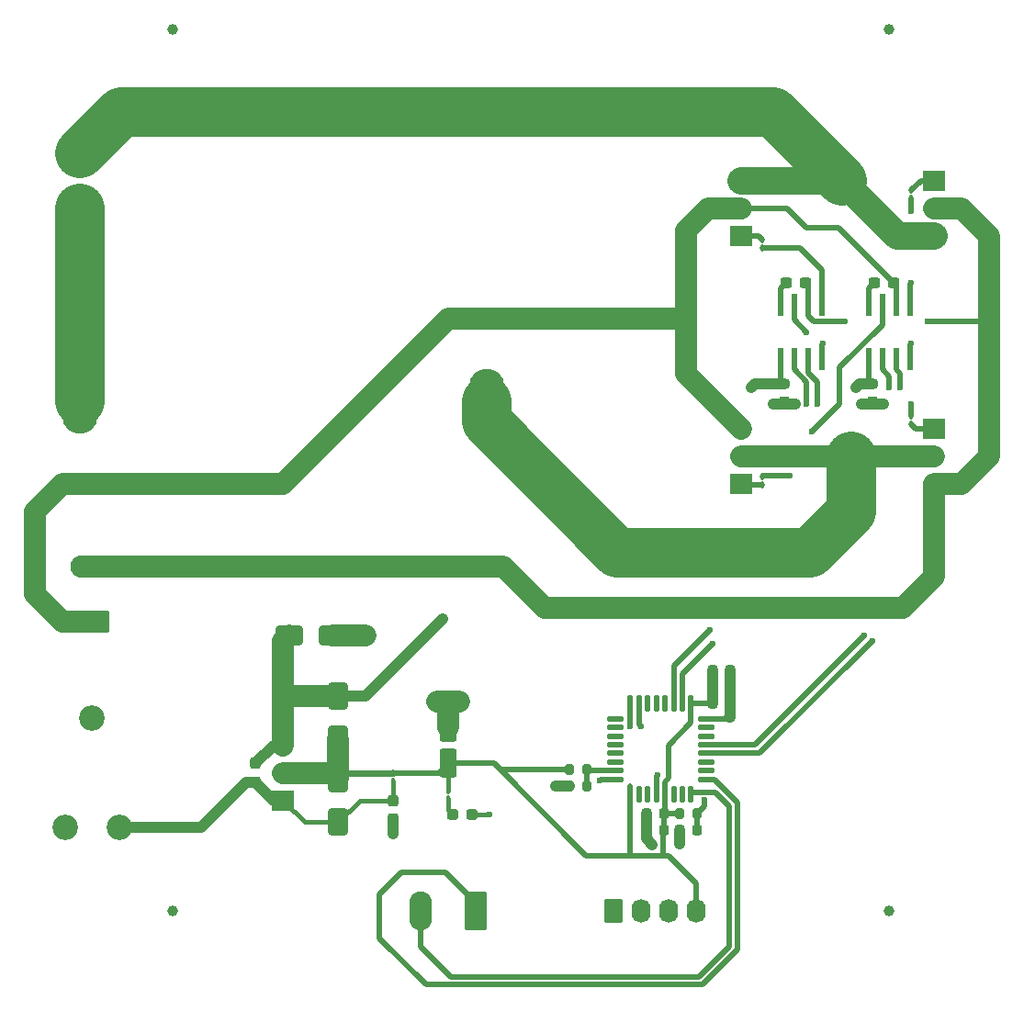
<source format=gbr>
%TF.GenerationSoftware,KiCad,Pcbnew,9.0.3*%
%TF.CreationDate,2025-10-28T10:39:51+01:00*%
%TF.ProjectId,DC_Motor,44435f4d-6f74-46f7-922e-6b696361645f,R.Casas*%
%TF.SameCoordinates,Original*%
%TF.FileFunction,Copper,L1,Top*%
%TF.FilePolarity,Positive*%
%FSLAX46Y46*%
G04 Gerber Fmt 4.6, Leading zero omitted, Abs format (unit mm)*
G04 Created by KiCad (PCBNEW 9.0.3) date 2025-10-28 10:39:51*
%MOMM*%
%LPD*%
G01*
G04 APERTURE LIST*
G04 Aperture macros list*
%AMRoundRect*
0 Rectangle with rounded corners*
0 $1 Rounding radius*
0 $2 $3 $4 $5 $6 $7 $8 $9 X,Y pos of 4 corners*
0 Add a 4 corners polygon primitive as box body*
4,1,4,$2,$3,$4,$5,$6,$7,$8,$9,$2,$3,0*
0 Add four circle primitives for the rounded corners*
1,1,$1+$1,$2,$3*
1,1,$1+$1,$4,$5*
1,1,$1+$1,$6,$7*
1,1,$1+$1,$8,$9*
0 Add four rect primitives between the rounded corners*
20,1,$1+$1,$2,$3,$4,$5,0*
20,1,$1+$1,$4,$5,$6,$7,0*
20,1,$1+$1,$6,$7,$8,$9,0*
20,1,$1+$1,$8,$9,$2,$3,0*%
G04 Aperture macros list end*
%TA.AperFunction,ComponentPad*%
%ADD10RoundRect,0.249999X1.550001X-0.790001X1.550001X0.790001X-1.550001X0.790001X-1.550001X-0.790001X0*%
%TD*%
%TA.AperFunction,ComponentPad*%
%ADD11O,3.600000X2.080000*%
%TD*%
%TA.AperFunction,SMDPad,CuDef*%
%ADD12RoundRect,0.225000X-0.250000X0.225000X-0.250000X-0.225000X0.250000X-0.225000X0.250000X0.225000X0*%
%TD*%
%TA.AperFunction,ComponentPad*%
%ADD13RoundRect,0.250000X-0.620000X-0.845000X0.620000X-0.845000X0.620000X0.845000X-0.620000X0.845000X0*%
%TD*%
%TA.AperFunction,ComponentPad*%
%ADD14O,1.740000X2.190000*%
%TD*%
%TA.AperFunction,SMDPad,CuDef*%
%ADD15RoundRect,0.100000X-0.100000X0.217500X-0.100000X-0.217500X0.100000X-0.217500X0.100000X0.217500X0*%
%TD*%
%TA.AperFunction,SMDPad,CuDef*%
%ADD16RoundRect,0.250000X-0.650000X1.000000X-0.650000X-1.000000X0.650000X-1.000000X0.650000X1.000000X0*%
%TD*%
%TA.AperFunction,SMDPad,CuDef*%
%ADD17RoundRect,0.225000X-0.225000X-0.250000X0.225000X-0.250000X0.225000X0.250000X-0.225000X0.250000X0*%
%TD*%
%TA.AperFunction,SMDPad,CuDef*%
%ADD18RoundRect,0.237500X0.287500X0.237500X-0.287500X0.237500X-0.287500X-0.237500X0.287500X-0.237500X0*%
%TD*%
%TA.AperFunction,SMDPad,CuDef*%
%ADD19RoundRect,0.125000X0.125000X-0.625000X0.125000X0.625000X-0.125000X0.625000X-0.125000X-0.625000X0*%
%TD*%
%TA.AperFunction,SMDPad,CuDef*%
%ADD20RoundRect,0.125000X0.625000X-0.125000X0.625000X0.125000X-0.625000X0.125000X-0.625000X-0.125000X0*%
%TD*%
%TA.AperFunction,ComponentPad*%
%ADD21R,2.000000X1.905000*%
%TD*%
%TA.AperFunction,ComponentPad*%
%ADD22O,2.000000X1.905000*%
%TD*%
%TA.AperFunction,ComponentPad*%
%ADD23O,3.250000X6.000000*%
%TD*%
%TA.AperFunction,SMDPad,CuDef*%
%ADD24RoundRect,0.225000X0.225000X0.250000X-0.225000X0.250000X-0.225000X-0.250000X0.225000X-0.250000X0*%
%TD*%
%TA.AperFunction,SMDPad,CuDef*%
%ADD25C,1.000000*%
%TD*%
%TA.AperFunction,SMDPad,CuDef*%
%ADD26RoundRect,0.237500X-0.237500X0.300000X-0.237500X-0.300000X0.237500X-0.300000X0.237500X0.300000X0*%
%TD*%
%TA.AperFunction,SMDPad,CuDef*%
%ADD27RoundRect,0.200000X-0.200000X-0.275000X0.200000X-0.275000X0.200000X0.275000X-0.200000X0.275000X0*%
%TD*%
%TA.AperFunction,SMDPad,CuDef*%
%ADD28RoundRect,0.250000X-1.000000X-0.650000X1.000000X-0.650000X1.000000X0.650000X-1.000000X0.650000X0*%
%TD*%
%TA.AperFunction,SMDPad,CuDef*%
%ADD29RoundRect,0.250000X0.550000X-1.075000X0.550000X1.075000X-0.550000X1.075000X-0.550000X-1.075000X0*%
%TD*%
%TA.AperFunction,SMDPad,CuDef*%
%ADD30RoundRect,0.237500X0.300000X0.237500X-0.300000X0.237500X-0.300000X-0.237500X0.300000X-0.237500X0*%
%TD*%
%TA.AperFunction,SMDPad,CuDef*%
%ADD31RoundRect,0.100000X0.100000X-0.217500X0.100000X0.217500X-0.100000X0.217500X-0.100000X-0.217500X0*%
%TD*%
%TA.AperFunction,SMDPad,CuDef*%
%ADD32RoundRect,0.200000X0.200000X0.275000X-0.200000X0.275000X-0.200000X-0.275000X0.200000X-0.275000X0*%
%TD*%
%TA.AperFunction,ComponentPad*%
%ADD33C,2.340000*%
%TD*%
%TA.AperFunction,SMDPad,CuDef*%
%ADD34RoundRect,0.071250X0.213750X-0.903750X0.213750X0.903750X-0.213750X0.903750X-0.213750X-0.903750X0*%
%TD*%
%TA.AperFunction,ComponentPad*%
%ADD35RoundRect,0.249999X0.790001X1.550001X-0.790001X1.550001X-0.790001X-1.550001X0.790001X-1.550001X0*%
%TD*%
%TA.AperFunction,ComponentPad*%
%ADD36O,2.080000X3.600000*%
%TD*%
%TA.AperFunction,ViaPad*%
%ADD37C,0.600000*%
%TD*%
%TA.AperFunction,ViaPad*%
%ADD38C,0.800000*%
%TD*%
%TA.AperFunction,Conductor*%
%ADD39C,1.000000*%
%TD*%
%TA.AperFunction,Conductor*%
%ADD40C,0.500000*%
%TD*%
%TA.AperFunction,Conductor*%
%ADD41C,4.572000*%
%TD*%
%TA.AperFunction,Conductor*%
%ADD42C,0.400000*%
%TD*%
%TA.AperFunction,Conductor*%
%ADD43C,2.000000*%
%TD*%
%TA.AperFunction,Conductor*%
%ADD44C,2.540000*%
%TD*%
%TA.AperFunction,Conductor*%
%ADD45C,0.600000*%
%TD*%
G04 APERTURE END LIST*
D10*
%TO.P,J101,1,Pin_1*%
%TO.N,L1*%
X90970000Y-96990000D03*
D11*
%TO.P,J101,2,Pin_2*%
%TO.N,L2*%
X90970000Y-91910000D03*
%TD*%
D12*
%TO.P,C113,1*%
%TO.N,+24V*%
X154978000Y-75133000D03*
%TO.P,C113,2*%
%TO.N,GNDREF*%
X154978000Y-76683000D03*
%TD*%
D13*
%TO.P,J102,1,Pin_1*%
%TO.N,GNDREF*%
X139230000Y-123660000D03*
D14*
%TO.P,J102,2,Pin_2*%
%TO.N,SYS_SWCLK*%
X141770000Y-123660000D03*
%TO.P,J102,3,Pin_3*%
%TO.N,SYS_SWDIO*%
X144310000Y-123660000D03*
%TO.P,J102,4,Pin_4*%
%TO.N,+3V3*%
X146850000Y-123660000D03*
%TD*%
D15*
%TO.P,R109,1*%
%TO.N,+3V3*%
X123990000Y-112572500D03*
%TO.P,R109,2*%
%TO.N,Net-(D104-A)*%
X123990000Y-113387500D03*
%TD*%
%TO.P,R104,1*%
%TO.N,+3V3*%
X118910000Y-110985000D03*
%TO.P,R104,2*%
%TO.N,Net-(D103-A)*%
X118910000Y-111800000D03*
%TD*%
D16*
%TO.P,D101,1,K*%
%TO.N,+24V*%
X113830000Y-103880000D03*
%TO.P,D101,2,A*%
%TO.N,+3V3*%
X113830000Y-107880000D03*
%TD*%
D17*
%TO.P,C107,1*%
%TO.N,+3V3*%
X148361000Y-104605475D03*
%TO.P,C107,2*%
%TO.N,GNDREF*%
X149911000Y-104605475D03*
%TD*%
D18*
%TO.P,D104,1,K*%
%TO.N,GNDREF*%
X126135000Y-114770000D03*
%TO.P,D104,2,A*%
%TO.N,Net-(D104-A)*%
X124385000Y-114770000D03*
%TD*%
D19*
%TO.P,U101,1,VDD*%
%TO.N,+3V3*%
X140748000Y-112952475D03*
%TO.P,U101,2,PF0*%
%TO.N,unconnected-(U101-PF0-Pad2)*%
X141548000Y-112952475D03*
%TO.P,U101,3,PF1*%
%TO.N,unconnected-(U101-PF1-Pad3)*%
X142348000Y-112952475D03*
%TO.P,U101,4,NRST*%
%TO.N,Net-(U101-NRST)*%
X143148000Y-112952475D03*
%TO.P,U101,5,VDDA*%
%TO.N,+3V3*%
X143948000Y-112952475D03*
%TO.P,U101,6,PA0*%
%TO.N,unconnected-(U101-PA0-Pad6)*%
X144748000Y-112952475D03*
%TO.P,U101,7,PA1*%
%TO.N,unconnected-(U101-PA1-Pad7)*%
X145548000Y-112952475D03*
%TO.P,U101,8,USART1_TX*%
%TO.N,USART1_TX*%
X146348000Y-112952475D03*
D20*
%TO.P,U101,9,USART1_RX*%
%TO.N,USART1_RX*%
X147723000Y-111577475D03*
%TO.P,U101,10,PA4*%
%TO.N,unconnected-(U101-PA4-Pad10)*%
X147723000Y-110777475D03*
%TO.P,U101,11,PA5*%
%TO.N,unconnected-(U101-PA5-Pad11)*%
X147723000Y-109977475D03*
%TO.P,U101,12,TIM3_CH1*%
%TO.N,LIN1*%
X147723000Y-109177475D03*
%TO.P,U101,13,PA7*%
%TO.N,HIN1*%
X147723000Y-108377475D03*
%TO.P,U101,14,PB0*%
%TO.N,unconnected-(U101-PB0-Pad14)*%
X147723000Y-107577475D03*
%TO.P,U101,15,PB1*%
%TO.N,unconnected-(U101-PB1-Pad15)*%
X147723000Y-106777475D03*
%TO.P,U101,16,VSS*%
%TO.N,GNDREF*%
X147723000Y-105977475D03*
D19*
%TO.P,U101,17,VDD*%
%TO.N,+3V3*%
X146348000Y-104602475D03*
%TO.P,U101,18,TIM1_CH1*%
%TO.N,LIN2*%
X145548000Y-104602475D03*
%TO.P,U101,19,PA9*%
%TO.N,HIN2*%
X144748000Y-104602475D03*
%TO.P,U101,20,PA10*%
%TO.N,unconnected-(U101-PA10-Pad20)*%
X143948000Y-104602475D03*
%TO.P,U101,21,PA11*%
%TO.N,unconnected-(U101-PA11-Pad21)*%
X143148000Y-104602475D03*
%TO.P,U101,22,PA12*%
%TO.N,unconnected-(U101-PA12-Pad22)*%
X142348000Y-104602475D03*
%TO.P,U101,23,SYS_SWDIO*%
%TO.N,SYS_SWDIO*%
X141548000Y-104602475D03*
%TO.P,U101,24,SYS_SWCLK*%
%TO.N,SYS_SWCLK*%
X140748000Y-104602475D03*
D20*
%TO.P,U101,25,PA15*%
%TO.N,unconnected-(U101-PA15-Pad25)*%
X139373000Y-105977475D03*
%TO.P,U101,26,PB3*%
%TO.N,unconnected-(U101-PB3-Pad26)*%
X139373000Y-106777475D03*
%TO.P,U101,27,PB4*%
%TO.N,unconnected-(U101-PB4-Pad27)*%
X139373000Y-107577475D03*
%TO.P,U101,28,PB5*%
%TO.N,unconnected-(U101-PB5-Pad28)*%
X139373000Y-108377475D03*
%TO.P,U101,29,PB6*%
%TO.N,unconnected-(U101-PB6-Pad29)*%
X139373000Y-109177475D03*
%TO.P,U101,30,PB7*%
%TO.N,unconnected-(U101-PB7-Pad30)*%
X139373000Y-109977475D03*
%TO.P,U101,31,BOOT0*%
%TO.N,Net-(U101-BOOT0)*%
X139373000Y-110777475D03*
%TO.P,U101,32,VSS*%
%TO.N,GNDREF*%
X139373000Y-111577475D03*
%TD*%
D21*
%TO.P,U102,1,ADJ*%
%TO.N,Net-(D103-A)*%
X108750000Y-113500000D03*
D22*
%TO.P,U102,2,VO*%
%TO.N,+3V3*%
X108750000Y-110960000D03*
%TO.P,U102,3,VI*%
%TO.N,+24V*%
X108750000Y-108420000D03*
%TD*%
D23*
%TO.P,F101,1*%
%TO.N,VDD*%
X90000000Y-76670000D03*
%TO.P,F101,2*%
%TO.N,VDD_P*%
X127500000Y-76670000D03*
%TD*%
D24*
%TO.P,C101,1*%
%TO.N,Net-(U101-NRST)*%
X146863000Y-116289475D03*
%TO.P,C101,2*%
%TO.N,GNDREF*%
X145313000Y-116289475D03*
%TD*%
D25*
%TO.P,FID102,*%
%TO.N,*%
X164630000Y-42380000D03*
%TD*%
D26*
%TO.P,C103,1*%
%TO.N,+24V*%
X106210000Y-110097500D03*
%TO.P,C103,2*%
%TO.N,Net-(D103-A)*%
X106210000Y-111822500D03*
%TD*%
D25*
%TO.P,FID101,*%
%TO.N,*%
X98590000Y-42380000D03*
%TD*%
D27*
%TO.P,R102,1*%
%TO.N,+3V3*%
X135103000Y-110701475D03*
%TO.P,R102,2*%
%TO.N,Net-(U101-BOOT0)*%
X136753000Y-110701475D03*
%TD*%
%TO.P,R101,1*%
%TO.N,+3V3*%
X145263000Y-114765475D03*
%TO.P,R101,2*%
%TO.N,Net-(U101-NRST)*%
X146913000Y-114765475D03*
%TD*%
D17*
%TO.P,C105,1*%
%TO.N,+3V3*%
X148361000Y-101557475D03*
%TO.P,C105,2*%
%TO.N,GNDREF*%
X149911000Y-101557475D03*
%TD*%
D24*
%TO.P,C109,1*%
%TO.N,+3V3*%
X143815000Y-114765475D03*
%TO.P,C109,2*%
%TO.N,GNDREF*%
X142265000Y-114765475D03*
%TD*%
D28*
%TO.P,D102,1,K*%
%TO.N,+24V*%
X109290000Y-98260000D03*
%TO.P,D102,2,A*%
%TO.N,VDD_P*%
X113290000Y-98260000D03*
%TD*%
D29*
%TO.P,C102,1*%
%TO.N,+3V3*%
X123990000Y-110095000D03*
%TO.P,C102,2*%
%TO.N,GNDREF*%
X123990000Y-106745000D03*
%TD*%
D16*
%TO.P,D103,1,K*%
%TO.N,+3V3*%
X113830000Y-111500000D03*
%TO.P,D103,2,A*%
%TO.N,Net-(D103-A)*%
X113830000Y-115500000D03*
%TD*%
D26*
%TO.P,C104,1*%
%TO.N,Net-(D103-A)*%
X118910000Y-113500000D03*
%TO.P,C104,2*%
%TO.N,GNDREF*%
X118910000Y-115225000D03*
%TD*%
D24*
%TO.P,C108,1*%
%TO.N,+3V3*%
X143815000Y-116289475D03*
%TO.P,C108,2*%
%TO.N,GNDREF*%
X142265000Y-116289475D03*
%TD*%
D21*
%TO.P,Q104,1,G*%
%TO.N,G3*%
X150960000Y-61430000D03*
D22*
%TO.P,Q104,2,D*%
%TO.N,L1*%
X150960000Y-58890000D03*
%TO.P,Q104,3,S*%
%TO.N,GNDREF*%
X150960000Y-56350000D03*
%TD*%
D12*
%TO.P,C112,1*%
%TO.N,+24V*%
X163106000Y-75133000D03*
%TO.P,C112,2*%
%TO.N,GNDREF*%
X163106000Y-76683000D03*
%TD*%
D21*
%TO.P,Q102,1,G*%
%TO.N,G4*%
X168740000Y-56350000D03*
D22*
%TO.P,Q102,2,D*%
%TO.N,L2*%
X168740000Y-58890000D03*
%TO.P,Q102,3,S*%
%TO.N,GNDREF*%
X168740000Y-61430000D03*
%TD*%
D15*
%TO.P,R108,1*%
%TO.N,Net-(U104-HO)*%
X166662000Y-78040500D03*
%TO.P,R108,2*%
%TO.N,G2*%
X166662000Y-78855500D03*
%TD*%
D21*
%TO.P,Q101,1,G*%
%TO.N,G2*%
X168740000Y-79210000D03*
D22*
%TO.P,Q101,2,D*%
%TO.N,VDD_P*%
X168740000Y-81750000D03*
%TO.P,Q101,3,S*%
%TO.N,L2*%
X168740000Y-84290000D03*
%TD*%
D30*
%TO.P,C110,1*%
%TO.N,L1*%
X164984500Y-65748000D03*
%TO.P,C110,2*%
%TO.N,Net-(U103-VB)*%
X163259500Y-65748000D03*
%TD*%
D15*
%TO.P,R106,1*%
%TO.N,Net-(U103-HO)*%
X152946000Y-83628500D03*
%TO.P,R106,2*%
%TO.N,G1*%
X152946000Y-84443500D03*
%TD*%
D30*
%TO.P,C111,1*%
%TO.N,L2*%
X156856500Y-65748000D03*
%TO.P,C111,2*%
%TO.N,Net-(U104-VB)*%
X155131500Y-65748000D03*
%TD*%
D31*
%TO.P,R105,1*%
%TO.N,Net-(U103-LO)*%
X166662000Y-58027500D03*
%TO.P,R105,2*%
%TO.N,G4*%
X166662000Y-57212500D03*
%TD*%
D17*
%TO.P,C106,1*%
%TO.N,+3V3*%
X148361000Y-103081475D03*
%TO.P,C106,2*%
%TO.N,GNDREF*%
X149911000Y-103081475D03*
%TD*%
D25*
%TO.P,FID103,*%
%TO.N,*%
X98590000Y-123660000D03*
%TD*%
D32*
%TO.P,R103,1*%
%TO.N,Net-(U101-BOOT0)*%
X136753000Y-112225475D03*
%TO.P,R103,2*%
%TO.N,GNDREF*%
X135103000Y-112225475D03*
%TD*%
D33*
%TO.P,RV101,1,1*%
%TO.N,Net-(D103-A)*%
X93620000Y-115960000D03*
%TO.P,RV101,2,2*%
%TO.N,GNDREF*%
X91120000Y-105960000D03*
%TO.P,RV101,3,3*%
X88620000Y-115960000D03*
%TD*%
D34*
%TO.P,U103,1,VCC*%
%TO.N,+24V*%
X162725000Y-72800000D03*
%TO.P,U103,2,HIN*%
%TO.N,HIN1*%
X163995000Y-72800000D03*
%TO.P,U103,3,~{LIN}*%
%TO.N,LIN1*%
X165265000Y-72800000D03*
%TO.P,U103,4,COM*%
%TO.N,GNDREF*%
X166535000Y-72800000D03*
%TO.P,U103,5,LO*%
%TO.N,Net-(U103-LO)*%
X166535000Y-67840000D03*
%TO.P,U103,6,VS*%
%TO.N,L1*%
X165265000Y-67840000D03*
%TO.P,U103,7,HO*%
%TO.N,Net-(U103-HO)*%
X163995000Y-67840000D03*
%TO.P,U103,8,VB*%
%TO.N,Net-(U103-VB)*%
X162725000Y-67840000D03*
%TD*%
D21*
%TO.P,Q103,1,G*%
%TO.N,G1*%
X150960000Y-84290000D03*
D22*
%TO.P,Q103,2,D*%
%TO.N,VDD_P*%
X150960000Y-81750000D03*
%TO.P,Q103,3,S*%
%TO.N,L1*%
X150960000Y-79210000D03*
%TD*%
D25*
%TO.P,FID104,*%
%TO.N,*%
X164630000Y-123660000D03*
%TD*%
D31*
%TO.P,R107,1*%
%TO.N,Net-(U104-LO)*%
X152946000Y-62599500D03*
%TO.P,R107,2*%
%TO.N,G3*%
X152946000Y-61784500D03*
%TD*%
D10*
%TO.P,J103,1,Pin_1*%
%TO.N,VDD*%
X90000000Y-58890000D03*
D11*
%TO.P,J103,2,Pin_2*%
%TO.N,GNDREF*%
X90000000Y-53810000D03*
%TD*%
D35*
%TO.P,J104,1,Pin_1*%
%TO.N,USART1_RX*%
X126530000Y-123660000D03*
D36*
%TO.P,J104,2,Pin_2*%
%TO.N,USART1_TX*%
X121450000Y-123660000D03*
%TD*%
D34*
%TO.P,U104,1,VCC*%
%TO.N,+24V*%
X154597000Y-72800000D03*
%TO.P,U104,2,HIN*%
%TO.N,HIN2*%
X155867000Y-72800000D03*
%TO.P,U104,3,~{LIN}*%
%TO.N,LIN2*%
X157137000Y-72800000D03*
%TO.P,U104,4,COM*%
%TO.N,GNDREF*%
X158407000Y-72800000D03*
%TO.P,U104,5,LO*%
%TO.N,Net-(U104-LO)*%
X158407000Y-67840000D03*
%TO.P,U104,6,VS*%
%TO.N,L2*%
X157137000Y-67840000D03*
%TO.P,U104,7,HO*%
%TO.N,Net-(U104-HO)*%
X155867000Y-67840000D03*
%TO.P,U104,8,VB*%
%TO.N,Net-(U104-VB)*%
X154597000Y-67840000D03*
%TD*%
D37*
%TO.N,GNDREF*%
X166662000Y-71336000D03*
X142786000Y-117564000D03*
X158534000Y-71336000D03*
X118910000Y-116548000D03*
X155994000Y-76924000D03*
X127800000Y-114770000D03*
X162090000Y-76924000D03*
X145326000Y-117559475D03*
X137960000Y-111717475D03*
X153962000Y-76924000D03*
X149898000Y-105875475D03*
X164122000Y-76924000D03*
X123990000Y-104356000D03*
X125006000Y-104356000D03*
X133896000Y-112225475D03*
X122974000Y-104356000D03*
D38*
%TO.N,+24V*%
X161582000Y-75400000D03*
X123482000Y-96736000D03*
X151930000Y-75400000D03*
D37*
%TO.N,Net-(U101-NRST)*%
X143294000Y-111209475D03*
X147612000Y-113495475D03*
D38*
%TO.N,VDD_P*%
X116370000Y-98260000D03*
D37*
%TO.N,L2*%
X168186000Y-69304000D03*
X160566000Y-69304000D03*
%TO.N,SYS_SWCLK*%
X140754000Y-106642000D03*
%TO.N,SYS_SWDIO*%
X141770000Y-106692800D03*
%TO.N,Net-(U103-HO)*%
X155486000Y-83528000D03*
X157518000Y-79464000D03*
%TO.N,Net-(U103-LO)*%
X166662000Y-59144000D03*
X166662000Y-65748000D03*
%TO.N,Net-(U104-HO)*%
X166662000Y-76924000D03*
X157010000Y-70320000D03*
%TO.N,LIN1*%
X165646000Y-75400000D03*
X163106000Y-98768000D03*
%TO.N,LIN2*%
X148374000Y-99022000D03*
X158026000Y-76924000D03*
%TO.N,HIN1*%
X162344000Y-98260000D03*
X164630000Y-75400000D03*
%TO.N,HIN2*%
X157010000Y-76924000D03*
X148120000Y-97752000D03*
%TD*%
D39*
%TO.N,GNDREF*%
X142265000Y-114765475D02*
X142265000Y-116289475D01*
D40*
X166535000Y-72800000D02*
X166535000Y-71463000D01*
X147723000Y-105977475D02*
X149796000Y-105977475D01*
D39*
X145313000Y-117546475D02*
X145326000Y-117559475D01*
D41*
X90000000Y-53810000D02*
X93810000Y-50000000D01*
D40*
X149796000Y-105977475D02*
X149898000Y-105875475D01*
D42*
X126135000Y-114770000D02*
X127800000Y-114770000D01*
D43*
X122974000Y-104356000D02*
X125006000Y-104356000D01*
D40*
X166535000Y-71463000D02*
X166662000Y-71336000D01*
D41*
X153962000Y-50000000D02*
X160312000Y-56350000D01*
D44*
X160312000Y-56350000D02*
X150960000Y-56350000D01*
D40*
X138100000Y-111577475D02*
X137960000Y-111717475D01*
D39*
X153962000Y-76924000D02*
X155994000Y-76924000D01*
D40*
X158407000Y-71463000D02*
X158534000Y-71336000D01*
D39*
X142786000Y-117564000D02*
X142265000Y-117043000D01*
D44*
X165392000Y-61430000D02*
X160312000Y-56350000D01*
D41*
X93810000Y-50000000D02*
X153962000Y-50000000D01*
D39*
X142265000Y-117043000D02*
X142265000Y-116289475D01*
D43*
X123990000Y-106745000D02*
X123990000Y-104356000D01*
D39*
X145313000Y-116289475D02*
X145313000Y-117546475D01*
X162090000Y-76924000D02*
X164122000Y-76924000D01*
X149911000Y-101557475D02*
X149911000Y-105862475D01*
X149911000Y-105862475D02*
X149898000Y-105875475D01*
X118910000Y-116548000D02*
X118910000Y-115225000D01*
D44*
X168740000Y-61430000D02*
X165392000Y-61430000D01*
D40*
X139373000Y-111577475D02*
X138100000Y-111577475D01*
D39*
X135103000Y-112225475D02*
X133896000Y-112225475D01*
D40*
X158407000Y-72800000D02*
X158407000Y-71463000D01*
D39*
%TO.N,+24V*%
X161582000Y-75400000D02*
X161849000Y-75133000D01*
D43*
X109290000Y-103880000D02*
X108750000Y-103340000D01*
D39*
X116338000Y-103880000D02*
X123482000Y-96736000D01*
X152197000Y-75133000D02*
X154978000Y-75133000D01*
X113830000Y-103880000D02*
X116338000Y-103880000D01*
X107887500Y-108420000D02*
X108750000Y-108420000D01*
D43*
X113830000Y-103880000D02*
X109290000Y-103880000D01*
D40*
X154597000Y-74752000D02*
X154978000Y-75133000D01*
D43*
X108750000Y-98800000D02*
X109290000Y-98260000D01*
D40*
X154597000Y-72800000D02*
X154597000Y-74752000D01*
D39*
X106210000Y-110097500D02*
X107887500Y-108420000D01*
X151930000Y-75400000D02*
X152197000Y-75133000D01*
D40*
X162725000Y-74752000D02*
X163106000Y-75133000D01*
D39*
X161849000Y-75133000D02*
X163106000Y-75133000D01*
D40*
X162725000Y-72800000D02*
X162725000Y-74752000D01*
D43*
X108750000Y-108420000D02*
X108750000Y-103340000D01*
X108750000Y-103340000D02*
X108750000Y-98800000D01*
D40*
%TO.N,+3V3*%
X146348000Y-106382000D02*
X144310000Y-108420000D01*
X136690000Y-118580000D02*
X139230000Y-118580000D01*
X128811475Y-110701475D02*
X128205000Y-110095000D01*
X123990000Y-110095000D02*
X128205000Y-110095000D01*
D45*
X114348500Y-110981500D02*
X113830000Y-111500000D01*
D40*
X140748000Y-118574000D02*
X140754000Y-118580000D01*
X143802000Y-116302475D02*
X143815000Y-116289475D01*
X140748000Y-112952475D02*
X140748000Y-112184425D01*
X148358000Y-104602475D02*
X148361000Y-104605475D01*
X140748000Y-112952475D02*
X140748000Y-118574000D01*
D43*
X113290000Y-110960000D02*
X113830000Y-111500000D01*
D40*
X143948000Y-111825475D02*
X144310000Y-111463475D01*
X118910000Y-110985000D02*
X123100000Y-110985000D01*
X128205000Y-110095000D02*
X136690000Y-118580000D01*
D43*
X108750000Y-110960000D02*
X113290000Y-110960000D01*
D40*
X146348000Y-104602475D02*
X148358000Y-104602475D01*
X144310000Y-118580000D02*
X146850000Y-121120000D01*
D42*
X123990000Y-112572500D02*
X123990000Y-110095000D01*
D40*
X145263000Y-114765475D02*
X143815000Y-114765475D01*
X143948000Y-112952475D02*
X143948000Y-114632475D01*
X146850000Y-121120000D02*
X146850000Y-123660000D01*
X144310000Y-108420000D02*
X144310000Y-109939475D01*
X139230000Y-118580000D02*
X140754000Y-118580000D01*
X143815000Y-114765475D02*
X143815000Y-116289475D01*
X140754000Y-118580000D02*
X143802000Y-118580000D01*
X123100000Y-110985000D02*
X123990000Y-110095000D01*
D39*
X148361000Y-101557475D02*
X148361000Y-103081475D01*
D43*
X113830000Y-107880000D02*
X113830000Y-111500000D01*
D39*
X148361000Y-103081475D02*
X148361000Y-104605475D01*
D40*
X135103000Y-110701475D02*
X128811475Y-110701475D01*
X143948000Y-114632475D02*
X143815000Y-114765475D01*
D45*
X114348500Y-110981500D02*
X118910000Y-110981500D01*
D40*
X143802000Y-118580000D02*
X143802000Y-116302475D01*
X143802000Y-118580000D02*
X144310000Y-118580000D01*
X146348000Y-104602475D02*
X146348000Y-106382000D01*
X144310000Y-111463475D02*
X144310000Y-109939475D01*
X143948000Y-112952475D02*
X143948000Y-111825475D01*
D42*
%TO.N,Net-(D103-A)*%
X110750000Y-115500000D02*
X108750000Y-113500000D01*
X113830000Y-115500000D02*
X110750000Y-115500000D01*
X118910000Y-113500000D02*
X115830000Y-113500000D01*
X118910000Y-111800000D02*
X118910000Y-113500000D01*
D39*
X106210000Y-111822500D02*
X105347500Y-111822500D01*
X101210000Y-115960000D02*
X93620000Y-115960000D01*
D42*
X115830000Y-113500000D02*
X113830000Y-115500000D01*
D39*
X107887500Y-113500000D02*
X106210000Y-111822500D01*
X105347500Y-111822500D02*
X101210000Y-115960000D01*
X108750000Y-113500000D02*
X107887500Y-113500000D01*
D40*
%TO.N,Net-(U101-NRST)*%
X147612000Y-114066475D02*
X146913000Y-114765475D01*
X143148000Y-111355475D02*
X143148000Y-112952475D01*
X143294000Y-111209475D02*
X143148000Y-111355475D01*
X147612000Y-113495475D02*
X147612000Y-114066475D01*
X146863000Y-116289475D02*
X146863000Y-114815475D01*
X146863000Y-114815475D02*
X146913000Y-114765475D01*
D43*
%TO.N,VDD_P*%
X116370000Y-98260000D02*
X113290000Y-98260000D01*
D41*
X127500000Y-78610000D02*
X139530000Y-90640000D01*
X127500000Y-76670000D02*
X127500000Y-78610000D01*
D43*
X161120000Y-81750000D02*
X150960000Y-81750000D01*
D41*
X161120000Y-86830000D02*
X161120000Y-81750000D01*
X139530000Y-90640000D02*
X157310000Y-90640000D01*
D43*
X168740000Y-81750000D02*
X161120000Y-81750000D01*
D41*
X157310000Y-90640000D02*
X161120000Y-86830000D01*
%TO.N,VDD*%
X90000000Y-58890000D02*
X90000000Y-76670000D01*
D43*
%TO.N,L2*%
X132880000Y-95720000D02*
X165900000Y-95720000D01*
D40*
X157137000Y-68815000D02*
X157626000Y-69304000D01*
D43*
X173820000Y-71590000D02*
X173820000Y-81750000D01*
X168740000Y-58890000D02*
X171280000Y-58890000D01*
D40*
X157137000Y-66028500D02*
X156856500Y-65748000D01*
D43*
X171280000Y-58890000D02*
X173820000Y-61430000D01*
X171280000Y-84290000D02*
X168740000Y-84290000D01*
X129070000Y-91910000D02*
X132880000Y-95720000D01*
X173820000Y-69304000D02*
X173820000Y-71590000D01*
D40*
X168186000Y-69304000D02*
X173820000Y-69304000D01*
D43*
X90970000Y-91910000D02*
X129070000Y-91910000D01*
X168740000Y-92880000D02*
X168740000Y-84290000D01*
D40*
X157137000Y-67840000D02*
X157137000Y-68815000D01*
D43*
X173820000Y-61430000D02*
X173820000Y-69304000D01*
X173820000Y-81750000D02*
X171280000Y-84290000D01*
D40*
X157626000Y-69304000D02*
X160566000Y-69304000D01*
D43*
X165900000Y-95720000D02*
X168740000Y-92880000D01*
D40*
X157137000Y-67840000D02*
X157137000Y-66028500D01*
D43*
%TO.N,L1*%
X145880000Y-69050000D02*
X145880000Y-60970000D01*
X150960000Y-79210000D02*
X145880000Y-74130000D01*
D40*
X164984500Y-65748000D02*
X159904500Y-60668000D01*
X159904500Y-60668000D02*
X157010000Y-60668000D01*
D43*
X85890000Y-86830000D02*
X88430000Y-84290000D01*
X85890000Y-94450000D02*
X85890000Y-86830000D01*
X88430000Y-84290000D02*
X108750000Y-84290000D01*
X145880000Y-60970000D02*
X147960000Y-58890000D01*
X123990000Y-69050000D02*
X145880000Y-69050000D01*
X88430000Y-96990000D02*
X85890000Y-94450000D01*
D40*
X165265000Y-66028500D02*
X164984500Y-65748000D01*
D43*
X147960000Y-58890000D02*
X150960000Y-58890000D01*
X108750000Y-84290000D02*
X123990000Y-69050000D01*
D40*
X165265000Y-67840000D02*
X165265000Y-66028500D01*
D43*
X90970000Y-96990000D02*
X88430000Y-96990000D01*
D40*
X155232000Y-58890000D02*
X150960000Y-58890000D01*
D43*
X145880000Y-74130000D02*
X145880000Y-69050000D01*
D40*
X157010000Y-60668000D02*
X155232000Y-58890000D01*
%TO.N,G3*%
X152591500Y-61430000D02*
X150960000Y-61430000D01*
X152946000Y-61784500D02*
X152591500Y-61430000D01*
%TO.N,G2*%
X166662000Y-78855500D02*
X167016500Y-79210000D01*
X167016500Y-79210000D02*
X168740000Y-79210000D01*
%TO.N,G1*%
X152946000Y-84443500D02*
X151113500Y-84443500D01*
X151113500Y-84443500D02*
X150960000Y-84290000D01*
%TO.N,G4*%
X166662000Y-57212500D02*
X167524500Y-56350000D01*
X167524500Y-56350000D02*
X168740000Y-56350000D01*
%TO.N,Net-(U101-BOOT0)*%
X139373000Y-110777475D02*
X136829000Y-110777475D01*
X136829000Y-110777475D02*
X136753000Y-110701475D01*
X136753000Y-110701475D02*
X136753000Y-112225475D01*
%TO.N,Net-(U103-VB)*%
X162725000Y-66282500D02*
X162725000Y-67840000D01*
X163259500Y-65748000D02*
X162725000Y-66282500D01*
%TO.N,Net-(U104-VB)*%
X154597000Y-66282500D02*
X154597000Y-67840000D01*
X155131500Y-65748000D02*
X154597000Y-66282500D01*
%TO.N,USART1_TX*%
X147104000Y-129756000D02*
X149898000Y-126962000D01*
X121450000Y-122390000D02*
X121450000Y-123660000D01*
X121450000Y-126962000D02*
X124244000Y-129756000D01*
X149898000Y-114008000D02*
X148634475Y-112744475D01*
X149898000Y-126962000D02*
X149898000Y-114008000D01*
X146556000Y-112744475D02*
X146348000Y-112952475D01*
X148634475Y-112744475D02*
X146556000Y-112744475D01*
X124244000Y-129756000D02*
X147104000Y-129756000D01*
X121450000Y-123660000D02*
X121450000Y-126962000D01*
%TO.N,USART1_RX*%
X117640000Y-126200000D02*
X117640000Y-122136000D01*
X117640000Y-122136000D02*
X119672000Y-120104000D01*
X147394364Y-130457000D02*
X121897000Y-130457000D01*
X148472999Y-111577475D02*
X150599000Y-113703476D01*
X123736000Y-120104000D02*
X126530000Y-122898000D01*
X150599000Y-113703476D02*
X150599000Y-127252364D01*
X119672000Y-120104000D02*
X123736000Y-120104000D01*
X147723000Y-111577475D02*
X148472999Y-111577475D01*
X121897000Y-130457000D02*
X117640000Y-126200000D01*
X126530000Y-122898000D02*
X126530000Y-123660000D01*
X150599000Y-127252364D02*
X147394364Y-130457000D01*
%TO.N,SYS_SWCLK*%
X140754000Y-106642000D02*
X140754000Y-104608475D01*
X140754000Y-104608475D02*
X140748000Y-104602475D01*
%TO.N,SYS_SWDIO*%
X141770000Y-106692800D02*
X141548000Y-106470800D01*
X141548000Y-106470800D02*
X141548000Y-104602475D01*
%TO.N,Net-(U103-HO)*%
X160058000Y-73608952D02*
X160058000Y-76924000D01*
X153046500Y-83528000D02*
X152946000Y-83628500D01*
X163995000Y-69671952D02*
X160058000Y-73608952D01*
X155486000Y-83528000D02*
X153046500Y-83528000D01*
X163995000Y-67840000D02*
X163995000Y-69671952D01*
X160058000Y-76924000D02*
X157518000Y-79464000D01*
%TO.N,Net-(U103-LO)*%
X166535000Y-67840000D02*
X166535000Y-65875000D01*
X166662000Y-59144000D02*
X166662000Y-58027500D01*
X166535000Y-65875000D02*
X166662000Y-65748000D01*
%TO.N,Net-(U104-LO)*%
X156401500Y-62599500D02*
X152946000Y-62599500D01*
X158407000Y-67840000D02*
X158407000Y-64605000D01*
X158407000Y-64605000D02*
X156401500Y-62599500D01*
%TO.N,Net-(U104-HO)*%
X157010000Y-70320000D02*
X155867000Y-69177000D01*
X155867000Y-69177000D02*
X155867000Y-67840000D01*
X166662000Y-78040500D02*
X166662000Y-76924000D01*
%TO.N,LIN1*%
X165646000Y-74130000D02*
X165646000Y-75400000D01*
X152696525Y-109177475D02*
X163106000Y-98768000D01*
X165265000Y-73749000D02*
X165646000Y-74130000D01*
X165265000Y-72800000D02*
X165265000Y-73749000D01*
X147723000Y-109177475D02*
X152696525Y-109177475D01*
%TO.N,LIN2*%
X145548000Y-101848000D02*
X148374000Y-99022000D01*
X157137000Y-72800000D02*
X157137000Y-74053636D01*
X145548000Y-104602475D02*
X145548000Y-101848000D01*
X158026000Y-74942636D02*
X158026000Y-76924000D01*
X157137000Y-74053636D02*
X158026000Y-74942636D01*
%TO.N,HIN1*%
X163995000Y-73775000D02*
X164630000Y-74410000D01*
X164630000Y-74410000D02*
X164630000Y-75400000D01*
X152226525Y-108377475D02*
X162344000Y-98260000D01*
X147723000Y-108377475D02*
X152226525Y-108377475D01*
X163995000Y-72800000D02*
X163995000Y-73775000D01*
%TO.N,HIN2*%
X144748000Y-101124000D02*
X148120000Y-97752000D01*
X144748000Y-104602475D02*
X144748000Y-101124000D01*
X155867000Y-73775000D02*
X157010000Y-74918000D01*
X157010000Y-74918000D02*
X157010000Y-76924000D01*
X155867000Y-72800000D02*
X155867000Y-73775000D01*
D42*
%TO.N,Net-(D104-A)*%
X123990000Y-113387500D02*
X123990000Y-114375000D01*
X123990000Y-114375000D02*
X124385000Y-114770000D01*
%TD*%
M02*

</source>
